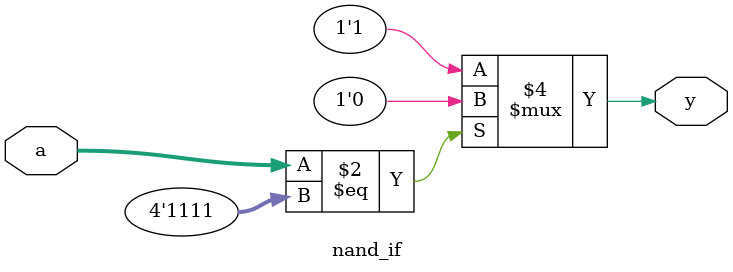
<source format=v>
module nand_if (a,y);
  input [3:0]a;
  output reg y;

  always @(a) 
  begin
    if(a == 4'b1111)
    begin
      y=1'b0;
    end
    else
    begin
      y=1'b1;
    end
  end
endmodule
</source>
